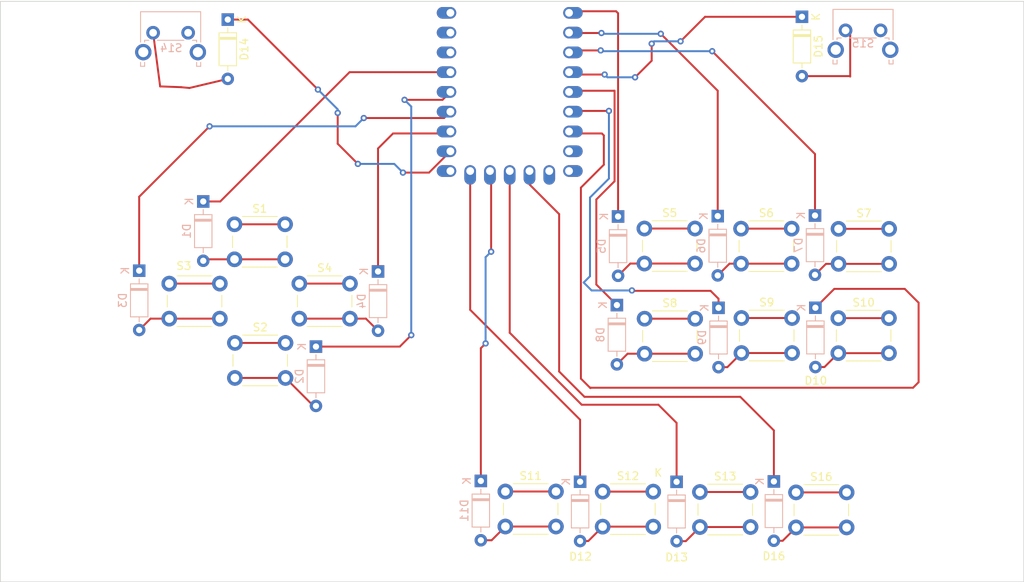
<source format=kicad_pcb>
(kicad_pcb (version 20221018) (generator pcbnew)
  (layers (0 "F.Cu" signal) (31 "B.Cu" signal) (34 "B.Paste" user) (35 "F.Paste" user) (36 "B.SilkS" user "B.Silkscreen") (37 "F.SilkS" user "F.Silkscreen") (38 "B.Mask" user) (39 "F.Mask" user) (44 "Edge.Cuts" user))
  (net 0 "")
  (net 1 "Up")
  (net 2 "Net-(D1-A)")
  (net 3 "Down")
  (net 4 "Net-(D2-A)")
  (net 5 "Left")
  (net 6 "Net-(D3-A)")
  (net 7 "Right")
  (net 8 "Net-(D4-A)")
  (net 9 "1P")
  (net 10 "Net-(D5-A)")
  (net 11 "2P")
  (net 12 "Net-(D6-A)")
  (net 13 "3P")
  (net 14 "Net-(D7-A)")
  (net 15 "1K")
  (net 16 "Net-(D8-A)")
  (net 17 "2K")
  (net 18 "Net-(D9-A)")
  (net 19 "3K")
  (net 20 "Net-(D10-A)")
  (net 21 "Start")
  (net 22 "Net-(D11-A)")
  (net 23 "Select")
  (net 24 "Net-(D12-A)")
  (net 25 "Home")
  (net 26 "Net-(D13-A)")
  (net 27 "4K")
  (net 28 "Net-(D14-A)")
  (net 29 "4P")
  (net 30 "Net-(D15-A)")
  (net 31 "Touchpad")
  (net 32 "Net-(D16-A)")
  (net 33 "unconnected-(S1-Pad1)")
  (net 34 "unconnected-(S2-Pad1)")
  (net 35 "unconnected-(S3-Pad1)")
  (net 36 "unconnected-(S4-Pad1)")
  (net 37 "unconnected-(S5-Pad1)")
  (net 38 "unconnected-(S6-Pad1)")
  (net 39 "unconnected-(S7-Pad1)")
  (net 40 "unconnected-(S8-Pad1)")
  (net 41 "unconnected-(S9-Pad1)")
  (net 42 "unconnected-(S10-Pad1)")
  (net 43 "unconnected-(S11-Pad1)")
  (net 44 "unconnected-(S12-Pad1)")
  (net 45 "unconnected-(S13-Pad1)")
  (net 48 "unconnected-(S16-Pad1)")
  (net 50 "GND")
  (footprint "Button_Switch_THT:SW_PUSH_6mm_H5mm" (layer "F.Cu") (at 173.736 109.5968)
    (fp_text reference "S11" (at 3.25 -2) (layer "F.SilkS"))
    (fp_text value "Keyswitch")
    (pad "1" thru_hole circle (at 0 0 90) (size 2 2) (drill 1.1) (layers "*.Cu" "*.Mask") (net 43 "unconnected-(S11-Pad1)"))
    (pad "1" thru_hole circle (at 6.5 0 90) (size 2 2) (drill 1.1) (layers "*.Cu" "*.Mask") (net 43 "unconnected-(S11-Pad1)"))
    (pad "2" thru_hole circle (at 0 4.5 90) (size 2 2) (drill 1.1) (layers "*.Cu" "*.Mask") (net 22 "Net-(D11-A)"))
    (pad "2" thru_hole circle (at 6.5 4.5 90) (size 2 2) (drill 1.1) (layers "*.Cu" "*.Mask") (net 22 "Net-(D11-A)"))
  )
  (footprint "ScottoKeebs_Components:Diode_DO-35" (layer "F.Cu") (at 211.836 48.6156 -90)
    (fp_text reference "D15" (at 3.81 -2.12 90) (layer "F.SilkS"))
    (fp_text value "Diode")
    (fp_text user "K" (at 0 -1.8 90) (layer "F.SilkS"))
    (pad "1" thru_hole rect (at 0 0 270) (size 1.6 1.6) (drill 0.8) (layers "*.Cu" "*.Mask") (net 29 "4P"))
    (pad "2" thru_hole oval (at 7.62 0 270) (size 1.6 1.6) (drill 0.8) (layers "*.Cu" "*.Mask") (net 30 "Net-(D15-A)"))
  )
  (footprint "Button_Switch_THT:SW_PUSH_6mm_H5mm" (layer "F.Cu") (at 191.5946 75.8148)
    (fp_text reference "S5" (at 3.25 -2) (layer "F.SilkS"))
    (fp_text value "Keyswitch")
    (pad "1" thru_hole circle (at 0 0 90) (size 2 2) (drill 1.1) (layers "*.Cu" "*.Mask") (net 37 "unconnected-(S5-Pad1)"))
    (pad "1" thru_hole circle (at 6.5 0 90) (size 2 2) (drill 1.1) (layers "*.Cu" "*.Mask") (net 37 "unconnected-(S5-Pad1)"))
    (pad "2" thru_hole circle (at 0 4.5 90) (size 2 2) (drill 1.1) (layers "*.Cu" "*.Mask") (net 10 "Net-(D5-A)"))
    (pad "2" thru_hole circle (at 6.5 4.5 90) (size 2 2) (drill 1.1) (layers "*.Cu" "*.Mask") (net 10 "Net-(D5-A)"))
  )
  (footprint "Button_Switch_THT:SW_PUSH_6mm_H5mm" (layer "F.Cu") (at 198.7308 109.6624)
    (fp_text reference "S13" (at 3.25 -2) (layer "F.SilkS"))
    (fp_text value "Keyswitch")
    (pad "1" thru_hole circle (at 0 0 90) (size 2 2) (drill 1.1) (layers "*.Cu" "*.Mask") (net 45 "unconnected-(S13-Pad1)"))
    (pad "1" thru_hole circle (at 6.5 0 90) (size 2 2) (drill 1.1) (layers "*.Cu" "*.Mask") (net 45 "unconnected-(S13-Pad1)"))
    (pad "2" thru_hole circle (at 0 4.5 90) (size 2 2) (drill 1.1) (layers "*.Cu" "*.Mask") (net 26 "Net-(D13-A)"))
    (pad "2" thru_hole circle (at 6.5 4.5 90) (size 2 2) (drill 1.1) (layers "*.Cu" "*.Mask") (net 26 "Net-(D13-A)"))
  )
  (footprint "Button_Switch_THT:SW_PUSH_6mm_H5mm" (layer "F.Cu") (at 147.2704 82.8908)
    (fp_text reference "S4" (at 3.25 -2) (layer "F.SilkS"))
    (fp_text value "Keyswitch")
    (pad "1" thru_hole circle (at 0 0 90) (size 2 2) (drill 1.1) (layers "*.Cu" "*.Mask") (net 36 "unconnected-(S4-Pad1)"))
    (pad "1" thru_hole circle (at 6.5 0 90) (size 2 2) (drill 1.1) (layers "*.Cu" "*.Mask") (net 36 "unconnected-(S4-Pad1)"))
    (pad "2" thru_hole circle (at 0 4.5 90) (size 2 2) (drill 1.1) (layers "*.Cu" "*.Mask") (net 8 "Net-(D4-A)"))
    (pad "2" thru_hole circle (at 6.5 4.5 90) (size 2 2) (drill 1.1) (layers "*.Cu" "*.Mask") (net 8 "Net-(D4-A)"))
  )
  (footprint "Button_Switch_THT:SW_PUSH_6mm_H5mm" (layer "F.Cu") (at 204.0648 87.3104)
    (fp_text reference "S9" (at 3.25 -2) (layer "F.SilkS"))
    (fp_text value "Keyswitch")
    (pad "1" thru_hole circle (at 0 0 90) (size 2 2) (drill 1.1) (layers "*.Cu" "*.Mask") (net 41 "unconnected-(S9-Pad1)"))
    (pad "1" thru_hole circle (at 6.5 0 90) (size 2 2) (drill 1.1) (layers "*.Cu" "*.Mask") (net 41 "unconnected-(S9-Pad1)"))
    (pad "2" thru_hole circle (at 0 4.5 90) (size 2 2) (drill 1.1) (layers "*.Cu" "*.Mask") (net 18 "Net-(D9-A)"))
    (pad "2" thru_hole circle (at 6.5 4.5 90) (size 2 2) (drill 1.1) (layers "*.Cu" "*.Mask") (net 18 "Net-(D9-A)"))
  )
  (footprint "ScottoKeebs_Components:Diode_DO-35" (layer "F.Cu") (at 138.0744 48.9712 -90)
    (fp_text reference "D14" (at 3.81 -2.12 90) (layer "F.SilkS"))
    (fp_text value "Diode")
    (fp_text user "K" (at 0 -1.8 90) (layer "F.SilkS"))
    (pad "1" thru_hole rect (at 0 0 270) (size 1.6 1.6) (drill 0.8) (layers "*.Cu" "*.Mask") (net 27 "4K"))
    (pad "2" thru_hole oval (at 7.62 0 270) (size 1.6 1.6) (drill 0.8) (layers "*.Cu" "*.Mask") (net 28 "Net-(D14-A)"))
  )
  (footprint "Button_Switch_THT:SW_PUSH_6mm_H5mm" (layer "F.Cu") (at 211.0752 109.7132)
    (fp_text reference "S16" (at 3.25 -2) (layer "F.SilkS"))
    (fp_text value "Keyswitch")
    (pad "1" thru_hole circle (at 0 0 90) (size 2 2) (drill 1.1) (layers "*.Cu" "*.Mask") (net 48 "unconnected-(S16-Pad1)"))
    (pad "1" thru_hole circle (at 6.5 0 90) (size 2 2) (drill 1.1) (layers "*.Cu" "*.Mask") (net 48 "unconnected-(S16-Pad1)"))
    (pad "2" thru_hole circle (at 0 4.5 90) (size 2 2) (drill 1.1) (layers "*.Cu" "*.Mask") (net 32 "Net-(D16-A)"))
    (pad "2" thru_hole circle (at 6.5 4.5 90) (size 2 2) (drill 1.1) (layers "*.Cu" "*.Mask") (net 32 "Net-(D16-A)"))
  )
  (footprint "Button_Switch_THT:SW_PUSH_6mm_H5mm" (layer "F.Cu") (at 191.62 87.3972)
    (fp_text reference "S8" (at 3.25 -2) (layer "F.SilkS"))
    (fp_text value "Keyswitch")
    (pad "1" thru_hole circle (at 0 0 90) (size 2 2) (drill 1.1) (layers "*.Cu" "*.Mask") (net 40 "unconnected-(S8-Pad1)"))
    (pad "1" thru_hole circle (at 6.5 0 90) (size 2 2) (drill 1.1) (layers "*.Cu" "*.Mask") (net 40 "unconnected-(S8-Pad1)"))
    (pad "2" thru_hole circle (at 0 4.5 90) (size 2 2) (drill 1.1) (layers "*.Cu" "*.Mask") (net 16 "Net-(D8-A)"))
    (pad "2" thru_hole circle (at 6.5 4.5 90) (size 2 2) (drill 1.1) (layers "*.Cu" "*.Mask") (net 16 "Net-(D8-A)"))
  )
  (footprint "Button_Switch_THT:SW_PUSH_6mm_H5mm" (layer "F.Cu") (at 138.9392 75.2708)
    (fp_text reference "S1" (at 3.25 -2) (layer "F.SilkS"))
    (fp_text value "Keyswitch")
    (pad "1" thru_hole circle (at 0 0 90) (size 2 2) (drill 1.1) (layers "*.Cu" "*.Mask") (net 33 "unconnected-(S1-Pad1)"))
    (pad "1" thru_hole circle (at 6.5 0 90) (size 2 2) (drill 1.1) (layers "*.Cu" "*.Mask") (net 33 "unconnected-(S1-Pad1)"))
    (pad "2" thru_hole circle (at 0 4.5 90) (size 2 2) (drill 1.1) (layers "*.Cu" "*.Mask") (net 2 "Net-(D1-A)"))
    (pad "2" thru_hole circle (at 6.5 4.5 90) (size 2 2) (drill 1.1) (layers "*.Cu" "*.Mask") (net 2 "Net-(D1-A)"))
  )
  (footprint "ScottoKeebs_MCU:RP2040_Zero" (layer "F.Cu") (at 174.2948 58.2676)
    (fp_text reference "U1" hide)
    (fp_text value "RP2040_Zero" hide)
    (pad "1" thru_hole oval (at 7.62 -10.16 180) (size 2.5 1.5) (drill 1 (offset -0.5 0)) (layers "*.Cu" "*.Mask") (net 9 "1P"))
    (pad "2" thru_hole oval (at 7.62 -7.62 180) (size 2.5 1.5) (drill 1 (offset -0.5 0)) (layers "*.Cu" "*.Mask") (net 11 "2P"))
    (pad "3" thru_hole oval (at 7.62 -5.08 180) (size 2.5 1.5) (drill 1 (offset -0.5 0)) (layers "*.Cu" "*.Mask") (net 13 "3P"))
    (pad "4" thru_hole oval (at 7.62 -2.54 180) (size 2.5 1.5) (drill 1 (offset -0.5 0)) (layers "*.Cu" "*.Mask") (net 29 "4P"))
    (pad "5" thru_hole oval (at 7.62 0 180) (size 2.5 1.5) (drill 1 (offset -0.5 0)) (layers "*.Cu" "*.Mask") (net 15 "1K"))
    (pad "6" thru_hole oval (at 7.62 2.54 180) (size 2.5 1.5) (drill 1 (offset -0.5 0)) (layers "*.Cu" "*.Mask") (net 17 "2K"))
    (pad "7" thru_hole oval (at 7.62 5.08 180) (size 2.5 1.5) (drill 1 (offset -0.5 0)) (layers "*.Cu" "*.Mask") (net 19 "3K"))
    (pad "8" thru_hole oval (at 7.62 7.62 180) (size 2.5 1.5) (drill 1 (offset -0.5 0)) (layers "*.Cu" "*.Mask"))
    (pad "9" thru_hole oval (at 7.62 10.16 180) (size 2.5 1.5) (drill 1 (offset -0.5 0)) (layers "*.Cu" "*.Mask"))
    (pad "10" thru_hole oval (at 5.08 10.16 90) (size 2.5 1.5) (drill 1 (offset -0.5 0)) (layers "*.Cu" "*.Mask"))
    (pad "11" thru_hole oval (at 2.54 10.16 90) (size 2.5 1.5) (drill 1 (offset -0.5 0)) (layers "*.Cu" "*.Mask") (net 31 "Touchpad"))
    (pad "12" thru_hole oval (at 0 10.16 90) (size 2.5 1.5) (drill 1 (offset -0.5 0)) (layers "*.Cu" "*.Mask") (net 25 "Home"))
    (pad "13" thru_hole oval (at -2.54 10.16 90) (size 2.5 1.5) (drill 1 (offset -0.5 0)) (layers "*.Cu" "*.Mask") (net 21 "Start"))
    (pad "14" thru_hole oval (at -5.08 10.16 90) (size 2.5 1.5) (drill 1 (offset -0.5 0)) (layers "*.Cu" "*.Mask") (net 23 "Select"))
    (pad "15" thru_hole oval (at -7.62 10.16) (size 2.5 1.5) (drill 1 (offset -0.5 0)) (layers "*.Cu" "*.Mask"))
    (pad "16" thru_hole oval (at -7.62 7.62) (size 2.5 1.5) (drill 1 (offset -0.5 0)) (layers "*.Cu" "*.Mask") (net 27 "4K"))
    (pad "17" thru_hole oval (at -7.62 5.08) (size 2.5 1.5) (drill 1 (offset -0.5 0)) (layers "*.Cu" "*.Mask") (net 7 "Right"))
    (pad "18" thru_hole oval (at -7.62 2.54) (size 2.5 1.5) (drill 1 (offset -0.5 0)) (layers "*.Cu" "*.Mask") (net 5 "Left"))
    (pad "19" thru_hole oval (at -7.62 0) (size 2.5 1.5) (drill 1 (offset -0.5 0)) (layers "*.Cu" "*.Mask") (net 3 "Down"))
    (pad "20" thru_hole oval (at -7.62 -2.54) (size 2.5 1.5) (drill 1 (offset -0.5 0)) (layers "*.Cu" "*.Mask") (net 1 "Up"))
    (pad "21" thru_hole oval (at -7.62 -5.08) (size 2.5 1.5) (drill 1 (offset -0.5 0)) (layers "*.Cu" "*.Mask"))
    (pad "22" thru_hole oval (at -7.62 -7.62) (size 2.5 1.5) (drill 1 (offset -0.5 0)) (layers "*.Cu" "*.Mask") (net 50 "GND"))
    (pad "23" thru_hole oval (at -7.62 -10.16) (size 2.5 1.5) (drill 1 (offset -0.5 0)) (layers "*.Cu" "*.Mask"))
  )
  (footprint "Button_Switch_THT:SW_PUSH_6mm_H5mm" (layer "F.Cu") (at 186.234 109.6116)
    (fp_text reference "S12" (at 3.25 -2) (layer "F.SilkS"))
    (fp_text value "Keyswitch")
    (pad "1" thru_hole circle (at 0 0 90) (size 2 2) (drill 1.1) (layers "*.Cu" "*.Mask") (net 44 "unconnected-(S12-Pad1)"))
    (pad "1" thru_hole circle (at 6.5 0 90) (size 2 2) (drill 1.1) (layers "*.Cu" "*.Mask") (net 44 "unconnected-(S12-Pad1)"))
    (pad "2" thru_hole circle (at 0 4.5 90) (size 2 2) (drill 1.1) (layers "*.Cu" "*.Mask") (net 24 "Net-(D12-A)"))
    (pad "2" thru_hole circle (at 6.5 4.5 90) (size 2 2) (drill 1.1) (layers "*.Cu" "*.Mask") (net 24 "Net-(D12-A)"))
  )
  (footprint "Button_Switch_THT:SW_PUSH_6mm_H5mm" (layer "F.Cu") (at 130.5572 82.8908)
    (fp_text reference "S3" (at 1.8784 -2.2712) (layer "F.SilkS"))
    (fp_text value "Keyswitch")
    (pad "1" thru_hole circle (at 0 0 90) (size 2 2) (drill 1.1) (layers "*.Cu" "*.Mask") (net 35 "unconnected-(S3-Pad1)"))
    (pad "1" thru_hole circle (at 6.5 0 90) (size 2 2) (drill 1.1) (layers "*.Cu" "*.Mask") (net 35 "unconnected-(S3-Pad1)"))
    (pad "2" thru_hole circle (at 0 4.5 90) (size 2 2) (drill 1.1) (layers "*.Cu" "*.Mask") (net 6 "Net-(D3-A)"))
    (pad "2" thru_hole circle (at 6.5 4.5 90) (size 2 2) (drill 1.1) (layers "*.Cu" "*.Mask") (net 6 "Net-(D3-A)"))
  )
  (footprint "Button_Switch_THT:SW_PUSH_6mm_H5mm" (layer "F.Cu") (at 138.99 90.5108)
    (fp_text reference "S2" (at 3.25 -2) (layer "F.SilkS"))
    (fp_text value "Keyswitch")
    (pad "1" thru_hole circle (at 0 0 90) (size 2 2) (drill 1.1) (layers "*.Cu" "*.Mask") (net 34 "unconnected-(S2-Pad1)"))
    (pad "1" thru_hole circle (at 6.5 0 90) (size 2 2) (drill 1.1) (layers "*.Cu" "*.Mask") (net 34 "unconnected-(S2-Pad1)"))
    (pad "2" thru_hole circle (at 0 4.5 90) (size 2 2) (drill 1.1) (layers "*.Cu" "*.Mask") (net 4 "Net-(D2-A)"))
    (pad "2" thru_hole circle (at 6.5 4.5 90) (size 2 2) (drill 1.1) (layers "*.Cu" "*.Mask") (net 4 "Net-(D2-A)"))
  )
  (footprint "Button_Switch_THT:SW_PUSH_6mm_H5mm" (layer "F.Cu") (at 204.014 75.8296)
    (fp_text reference "S6" (at 3.25 -2) (layer "F.SilkS"))
    (fp_text value "Keyswitch")
    (pad "1" thru_hole circle (at 0 0 90) (size 2 2) (drill 1.1) (layers "*.Cu" "*.Mask") (net 38 "unconnected-(S6-Pad1)"))
    (pad "1" thru_hole circle (at 6.5 0 90) (size 2 2) (drill 1.1) (layers "*.Cu" "*.Mask") (net 38 "unconnected-(S6-Pad1)"))
    (pad "2" thru_hole circle (at 0 4.5 90) (size 2 2) (drill 1.1) (layers "*.Cu" "*.Mask") (net 12 "Net-(D6-A)"))
    (pad "2" thru_hole circle (at 6.5 4.5 90) (size 2 2) (drill 1.1) (layers "*.Cu" "*.Mask") (net 12 "Net-(D6-A)"))
  )
  (footprint "Button_Switch_THT:SW_PUSH_6mm_H5mm" (layer "F.Cu") (at 216.512 87.3252)
    (fp_text reference "S10" (at 3.25 -2) (layer "F.SilkS"))
    (fp_text value "Keyswitch")
    (pad "1" thru_hole circle (at 0 0 90) (size 2 2) (drill 1.1) (layers "*.Cu" "*.Mask") (net 42 "unconnected-(S10-Pad1)"))
    (pad "1" thru_hole circle (at 6.5 0 90) (size 2 2) (drill 1.1) (layers "*.Cu" "*.Mask") (net 42 "unconnected-(S10-Pad1)"))
    (pad "2" thru_hole circle (at 0 4.5 90) (size 2 2) (drill 1.1) (layers "*.Cu" "*.Mask") (net 20 "Net-(D10-A)"))
    (pad "2" thru_hole circle (at 6.5 4.5 90) (size 2 2) (drill 1.1) (layers "*.Cu" "*.Mask") (net 20 "Net-(D10-A)"))
  )
  (footprint "Button_Switch_THT:SW_PUSH_6mm_H5mm" (layer "F.Cu") (at 216.5362 75.855)
    (fp_text reference "S7" (at 3.25 -2) (layer "F.SilkS"))
    (fp_text value "Keyswitch")
    (pad "1" thru_hole circle (at 0 0 90) (size 2 2) (drill 1.1) (layers "*.Cu" "*.Mask") (net 39 "unconnected-(S7-Pad1)"))
    (pad "1" thru_hole circle (at 6.5 0 90) (size 2 2) (drill 1.1) (layers "*.Cu" "*.Mask") (net 39 "unconnected-(S7-Pad1)"))
    (pad "2" thru_hole circle (at 0 4.5 90) (size 2 2) (drill 1.1) (layers "*.Cu" "*.Mask") (net 14 "Net-(D7-A)"))
    (pad "2" thru_hole circle (at 6.5 4.5 90) (size 2 2) (drill 1.1) (layers "*.Cu" "*.Mask") (net 14 "Net-(D7-A)"))
  )
  (footprint "ScottoKeebs_Components:Diode_DO-35" (layer "B.Cu") (at 126.6952 81.2292 -90)
    (fp_text reference "D3" (at 3.81 2.12 90) (layer "B.SilkS") (effects (justify mirror)))
    (fp_text value "Diode")
    (fp_text user "K" (at 0 1.8 90) (layer "B.SilkS") (effects (justify mirror)))
    (pad "1" thru_hole rect (at 0 0 270) (size 1.6 1.6) (drill 0.8) (layers "*.Cu" "*.Mask") (net 5 "Left"))
    (pad "2" thru_hole oval (at 7.62 0 270) (size 1.6 1.6) (drill 0.8) (layers "*.Cu" "*.Mask") (net 6 "Net-(D3-A)"))
  )
  (footprint "ScottoKeebs_Components:Diode_DO-35" (layer "B.Cu") (at 188.0616 85.6488 -90)
    (fp_text reference "D8" (at 3.81 2.12 90) (layer "B.SilkS") (effects (justify mirror)))
    (fp_text value "Diode")
    (fp_text user "K" (at 0 1.8 90) (layer "B.SilkS") (effects (justify mirror)))
    (pad "1" thru_hole rect (at 0 0 270) (size 1.6 1.6) (drill 0.8) (layers "*.Cu" "*.Mask") (net 15 "1K"))
    (pad "2" thru_hole oval (at 7.62 0 270) (size 1.6 1.6) (drill 0.8) (layers "*.Cu" "*.Mask") (net 16 "Net-(D8-A)"))
  )
  (footprint "Button_Switch_THT:SW_Tactile_SPST_Angled_PTS645Vx39-2LFS" (layer "B.Cu") (at 221.9342 50.3601 180)
    (fp_text reference "S15" (at 2.25 -1.68) (layer "B.SilkS") (effects (justify mirror)))
    (fp_text value "Keyswitch")
    (pad "" thru_hole circle (at -1.25 -2.49 180) (size 2.1 2.1) (drill 1.3) (layers "*.Cu" "*.Mask"))
    (pad "" thru_hole circle (at 5.76 -2.49 180) (size 2.1 2.1) (drill 1.3) (layers "*.Cu" "*.Mask"))
    (pad "1" thru_hole circle (at 0 0 180) (size 1.75 1.75) (drill 0.99) (layers "*.Cu" "*.Mask"))
    (pad "2" thru_hole circle (at 4.5 0 180) (size 1.75 1.75) (drill 0.99) (layers "*.Cu" "*.Mask") (net 30 "Net-(D15-A)"))
  )
  (footprint "ScottoKeebs_Components:Diode_DO-35" (layer "B.Cu") (at 170.5852 108.24 -90)
    (fp_text reference "D11" (at 3.81 2.12 90) (layer "B.SilkS") (effects (justify mirror)))
    (fp_text value "Diode")
    (fp_text user "K" (at 0 1.8 90) (layer "B.SilkS") (effects (justify mirror)))
    (pad "1" thru_hole rect (at 0 0 270) (size 1.6 1.6) (drill 0.8) (layers "*.Cu" "*.Mask") (net 21 "Start"))
    (pad "2" thru_hole oval (at 7.62 0 270) (size 1.6 1.6) (drill 0.8) (layers "*.Cu" "*.Mask") (net 22 "Net-(D11-A)"))
  )
  (footprint "ScottoKeebs_Components:Diode_DO-35" (layer "B.Cu") (at 213.5644 85.9896 -90)
    (fp_text reference "D10" (at 9.362 -0.0496 -180) (layer "F.SilkS"))
    (fp_text value "Diode")
    (fp_text user "K" (at 0 1.8 90) (layer "B.SilkS") (effects (justify mirror)))
    (pad "1" thru_hole rect (at 0 0 270) (size 1.6 1.6) (drill 0.8) (layers "*.Cu" "*.Mask") (net 19 "3K"))
    (pad "2" thru_hole oval (at 7.62 0 270) (size 1.6 1.6) (drill 0.8) (layers "*.Cu" "*.Mask") (net 20 "Net-(D10-A)"))
  )
  (footprint "ScottoKeebs_Components:Diode_DO-35" (layer "B.Cu") (at 188.214 74.2696 -90)
    (fp_text reference "D5" (at 3.81 2.12 90) (layer "B.SilkS") (effects (justify mirror)))
    (fp_text value "Diode")
    (fp_text user "K" (at 0 1.8 90) (layer "B.SilkS") (effects (justify mirror)))
    (pad "1" thru_hole rect (at 0 0 270) (size 1.6 1.6) (drill 0.8) (layers "*.Cu" "*.Mask") (net 9 "1P"))
    (pad "2" thru_hole oval (at 7.62 0 270) (size 1.6 1.6) (drill 0.8) (layers "*.Cu" "*.Mask") (net 10 "Net-(D5-A)"))
  )
  (footprint "ScottoKeebs_Components:Diode_DO-35" (layer "B.Cu") (at 213.5124 74.1426 -90)
    (fp_text reference "D7" (at 3.81 2.12 90) (layer "B.SilkS") (effects (justify mirror)))
    (fp_text value "Diode")
    (fp_text user "K" (at 0 1.8 90) (layer "B.SilkS") (effects (justify mirror)))
    (pad "1" thru_hole rect (at 0 0 270) (size 1.6 1.6) (drill 0.8) (layers "*.Cu" "*.Mask") (net 13 "3P"))
    (pad "2" thru_hole oval (at 7.62 0 270) (size 1.6 1.6) (drill 0.8) (layers "*.Cu" "*.Mask") (net 14 "Net-(D7-A)"))
  )
  (footprint "Button_Switch_THT:SW_Tactile_SPST_Angled_PTS645Vx39-2LFS" (layer "B.Cu") (at 132.9834 50.6649 180)
    (fp_text reference "S14" (at 2.1734 -1.9639) (layer "B.SilkS") (effects (justify mirror)))
    (fp_text value "Keyswitch")
    (pad "" thru_hole circle (at -1.25 -2.49 180) (size 2.1 2.1) (drill 1.3) (layers "*.Cu" "*.Mask"))
    (pad "" thru_hole circle (at 5.76 -2.49 180) (size 2.1 2.1) (drill 1.3) (layers "*.Cu" "*.Mask"))
    (pad "1" thru_hole circle (at 0 0 180) (size 1.75 1.75) (drill 0.99) (layers "*.Cu" "*.Mask"))
    (pad "2" thru_hole circle (at 4.5 0 180) (size 1.75 1.75) (drill 0.99) (layers "*.Cu" "*.Mask") (net 28 "Net-(D14-A)"))
  )
  (footprint "ScottoKeebs_Components:Diode_DO-35" (layer "B.Cu") (at 201.1172 86.0044 -90)
    (fp_text reference "D9" (at 3.81 2.12 90) (layer "B.SilkS") (effects (justify mirror)))
    (fp_text value "Diode")
    (fp_text user "K" (at 0 1.8 90) (layer "B.SilkS") (effects (justify mirror)))
    (pad "1" thru_hole rect (at 0 0 270) (size 1.6 1.6) (drill 0.8) (layers "*.Cu" "*.Mask") (net 17 "2K"))
    (pad "2" thru_hole oval (at 7.62 0 270) (size 1.6 1.6) (drill 0.8) (layers "*.Cu" "*.Mask") (net 18 "Net-(D9-A)"))
  )
  (footprint "ScottoKeebs_Components:Diode_DO-35" (layer "B.Cu") (at 183.336 108.3416 -90)
    (fp_text reference "D12" (at 9.616 -0.052) (layer "F.SilkS"))
    (fp_text value "Diode")
    (fp_text user "K" (at 0 1.8 90) (layer "B.SilkS") (effects (justify mirror)))
    (pad "1" thru_hole rect (at 0 0 270) (size 1.6 1.6) (drill 0.8) (layers "*.Cu" "*.Mask") (net 23 "Select"))
    (pad "2" thru_hole oval (at 7.62 0 270) (size 1.6 1.6) (drill 0.8) (layers "*.Cu" "*.Mask") (net 24 "Net-(D12-A)"))
  )
  (footprint "ScottoKeebs_Components:Diode_DO-35" (layer "B.Cu") (at 157.3784 81.3308 -90)
    (fp_text reference "D4" (at 3.81 2.12 90) (layer "B.SilkS") (effects (justify mirror)))
    (fp_text value "Diode")
    (fp_text user "K" (at 0 1.8 90) (layer "B.SilkS") (effects (justify mirror)))
    (pad "1" thru_hole rect (at 0 0 270) (size 1.6 1.6) (drill 0.8) (layers "*.Cu" "*.Mask") (net 7 "Right"))
    (pad "2" thru_hole oval (at 7.62 0 270) (size 1.6 1.6) (drill 0.8) (layers "*.Cu" "*.Mask") (net 8 "Net-(D4-A)"))
  )
  (footprint "ScottoKeebs_Components:Diode_DO-35" (layer "B.Cu") (at 134.9248 72.3392 -90)
    (fp_text reference "D1" (at 3.81 2.12 90) (layer "B.SilkS") (effects (justify mirror)))
    (fp_text value "Diode")
    (fp_text user "K" (at 0 1.8 90) (layer "B.SilkS") (effects (justify mirror)))
    (pad "1" thru_hole rect (at 0 0 270) (size 1.6 1.6) (drill 0.8) (layers "*.Cu" "*.Mask") (net 1 "Up"))
    (pad "2" thru_hole oval (at 7.62 0 270) (size 1.6 1.6) (drill 0.8) (layers "*.Cu" "*.Mask") (net 2 "Net-(D1-A)"))
  )
  (footprint "ScottoKeebs_Components:Diode_DO-35" (layer "B.Cu") (at 149.4028 90.9828 -90)
    (fp_text reference "D2" (at 3.81 2.12 90) (layer "B.SilkS") (effects (justify mirror)))
    (fp_text value "Diode")
    (fp_text user "K" (at 0 1.8 90) (layer "B.SilkS") (effects (justify mirror)))
    (pad "1" thru_hole rect (at 0 0 270) (size 1.6 1.6) (drill 0.8) (layers "*.Cu" "*.Mask") (net 3 "Down"))
    (pad "2" thru_hole oval (at 7.62 0 270) (size 1.6 1.6) (drill 0.8) (layers "*.Cu" "*.Mask") (net 4 "Net-(D2-A)"))
  )
  (footprint "ScottoKeebs_Components:Diode_DO-35" (layer "B.Cu") (at 201.0156 74.2188 -90)
    (fp_text reference "D6" (at 3.81 2.12 90) (layer "B.SilkS") (effects (justify mirror)))
    (fp_text value "Diode")
    (fp_text user "K" (at 0 1.8 90) (layer "B.SilkS") (effects (justify mirror)))
    (pad "1" thru_hole rect (at 0 0 270) (size 1.6 1.6) (drill 0.8) (layers "*.Cu" "*.Mask") (net 11 "2P"))
    (pad "2" thru_hole oval (at 7.62 0 270) (size 1.6 1.6) (drill 0.8) (layers "*.Cu" "*.Mask") (net 12 "Net-(D6-A)"))
  )
  (footprint "ScottoKeebs_Components:Diode_DO-35" (layer "B.Cu") (at 208.2292 108.3056 -90)
    (fp_text reference "D16" (at 9.6012 0 -180) (layer "F.SilkS"))
    (fp_text value "Diode")
    (fp_text user "K" (at 0 1.8 90) (layer "B.SilkS") (effects (justify mirror)))
    (pad "1" thru_hole rect (at 0 0 270) (size 1.6 1.6) (drill 0.8) (layers "*.Cu" "*.Mask") (net 31 "Touchpad"))
    (pad "2" thru_hole oval (at 7.62 0 270) (size 1.6 1.6) (drill 0.8) (layers "*.Cu" "*.Mask") (net 32 "Net-(D16-A)"))
  )
  (footprint "ScottoKeebs_Components:Diode_DO-35" (layer "B.Cu") (at 195.7324 108.3564 -90)
    (fp_text reference "D13" (at 9.7028 0 -180) (layer "F.SilkS"))
    (fp_text value "Diode")
    (fp_text user "K" (at -1.1684 2.3588) (layer "F.SilkS"))
    (pad "1" thru_hole rect (at 0 0 270) (size 1.6 1.6) (drill 0.8) (layers "*.Cu" "*.Mask") (net 25 "Home"))
    (pad "2" thru_hole oval (at 7.62 0 270) (size 1.6 1.6) (drill 0.8) (layers "*.Cu" "*.Mask") (net 26 "Net-(D13-A)"))
  )
  (gr_rect (start 108.8644 46.6344) (end 240.3348 121.2088) (stroke (width 0.1)) (fill none) (layer "Edge.Cuts"))
  (segment (start 137.1092 72.3392) (end 153.7208 55.7276) (width 0.25) (layer "F.Cu") (net 1))
  (segment (start 134.9248 72.3392) (end 137.1092 72.3392) (width 0.25) (layer "F.Cu") (net 1))
  (segment (start 153.7208 55.7276) (end 166.6748 55.7276) (width 0.25) (layer "F.Cu") (net 1))
  (segment (start 138.9392 79.7708) (end 135.1132 79.7708) (width 0.25) (layer "F.Cu") (net 2))
  (segment (start 135.1132 79.7708) (end 134.9248 79.9592) (width 0.25) (layer "F.Cu") (net 2))
  (segment (start 145.4392 79.7708) (end 138.9392 79.7708) (width 0.25) (layer "F.Cu") (net 2))
  (segment (start 165.6588 59.2836) (end 166.6748 58.2676) (width 0.25) (layer "F.Cu") (net 3))
  (segment (start 149.4028 90.9828) (end 160.1724 90.9828) (width 0.25) (layer "F.Cu") (net 3))
  (segment (start 160.782 59.2836) (end 165.6588 59.2836) (width 0.25) (layer "F.Cu") (net 3))
  (segment (start 160.1724 90.9828) (end 161.6456 89.5096) (width 0.25) (layer "F.Cu") (net 3))
  (via (at 161.6456 89.5096) (size 0.8) (drill 0.4) (layers "F.Cu" "B.Cu") (net 3))
  (via (at 160.782 59.2836) (size 0.8) (drill 0.4) (layers "F.Cu" "B.Cu") (net 3))
  (segment (start 161.6456 60.1472) (end 160.782 59.2836) (width 0.25) (layer "B.Cu") (net 3))
  (segment (start 161.6456 89.5096) (end 161.6456 60.1472) (width 0.25) (layer "B.Cu") (net 3))
  (segment (start 149.082 98.6028) (end 149.4028 98.6028) (width 0.25) (layer "F.Cu") (net 4))
  (segment (start 145.49 95.0108) (end 149.082 98.6028) (width 0.25) (layer "F.Cu") (net 4))
  (segment (start 138.99 95.0108) (end 145.49 95.0108) (width 0.25) (layer "F.Cu") (net 4))
  (segment (start 126.6952 81.2292) (end 126.6952 71.7296) (width 0.25) (layer "F.Cu") (net 5))
  (segment (start 126.6952 71.7296) (end 135.7376 62.6872) (width 0.25) (layer "F.Cu") (net 5))
  (segment (start 155.5496 61.6204) (end 165.862 61.6204) (width 0.25) (layer "F.Cu") (net 5))
  (segment (start 165.862 61.6204) (end 166.6748 60.8076) (width 0.25) (layer "F.Cu") (net 5))
  (via (at 155.5496 61.6204) (size 0.8) (drill 0.4) (layers "F.Cu" "B.Cu") (net 5))
  (via (at 135.7376 62.6872) (size 0.8) (drill 0.4) (layers "F.Cu" "B.Cu") (net 5))
  (segment (start 135.7376 62.6872) (end 154.4828 62.6872) (width 0.25) (layer "B.Cu") (net 5))
  (segment (start 154.4828 62.6872) (end 155.5496 61.6204) (width 0.25) (layer "B.Cu") (net 5))
  (segment (start 128.1536 87.3908) (end 126.6952 88.8492) (width 0.25) (layer "F.Cu") (net 6))
  (segment (start 130.5572 87.3908) (end 128.1536 87.3908) (width 0.25) (layer "F.Cu") (net 6))
  (segment (start 137.0572 87.3908) (end 130.5572 87.3908) (width 0.25) (layer "F.Cu") (net 6))
  (segment (start 159.3088 63.6016) (end 166.4208 63.6016) (width 0.25) (layer "F.Cu") (net 7))
  (segment (start 157.3784 65.532) (end 159.3088 63.6016) (width 0.25) (layer "F.Cu") (net 7))
  (segment (start 157.3784 81.3308) (end 157.3784 65.532) (width 0.25) (layer "F.Cu") (net 7))
  (segment (start 166.4208 63.6016) (end 166.6748 63.3476) (width 0.25) (layer "F.Cu") (net 7))
  (segment (start 153.7704 87.3908) (end 155.8184 87.3908) (width 0.25) (layer "F.Cu") (net 8))
  (segment (start 155.8184 87.3908) (end 157.3784 88.9508) (width 0.25) (layer "F.Cu") (net 8))
  (segment (start 147.2704 87.3908) (end 153.7704 87.3908) (width 0.25) (layer "F.Cu") (net 8))
  (segment (start 188.214 74.2696) (end 188.214 48.1584) (width 0.25) (layer "F.Cu") (net 9))
  (segment (start 187.96 47.9044) (end 182.118 47.9044) (width 0.25) (layer "F.Cu") (net 9))
  (segment (start 188.214 48.1584) (end 187.96 47.9044) (width 0.25) (layer "F.Cu") (net 9))
  (segment (start 182.118 47.9044) (end 181.9148 48.1076) (width 0.25) (layer "F.Cu") (net 9))
  (segment (start 189.7888 80.3148) (end 188.214 81.8896) (width 0.25) (layer "F.Cu") (net 10))
  (segment (start 198.0946 80.3148) (end 191.5946 80.3148) (width 0.25) (layer "F.Cu") (net 10))
  (segment (start 191.5946 80.3148) (end 189.7888 80.3148) (width 0.25) (layer "F.Cu") (net 10))
  (segment (start 201.0156 74.2188) (end 201.0156 58.1152) (width 0.25) (layer "F.Cu") (net 11))
  (segment (start 201.0156 58.1152) (end 193.7004 50.8) (width 0.25) (layer "F.Cu") (net 11))
  (segment (start 186.0804 50.6984) (end 181.9656 50.6984) (width 0.25) (layer "F.Cu") (net 11))
  (segment (start 181.9656 50.6984) (end 181.9148 50.6476) (width 0.25) (layer "F.Cu") (net 11))
  (via (at 186.0804 50.6984) (size 0.8) (drill 0.4) (layers "F.Cu" "B.Cu") (net 11))
  (via (at 193.7004 50.8) (size 0.8) (drill 0.4) (layers "F.Cu" "B.Cu") (net 11))
  (segment (start 186.182 50.8) (end 186.0804 50.6984) (width 0.25) (layer "B.Cu") (net 11))
  (segment (start 193.7004 50.8) (end 186.182 50.8) (width 0.25) (layer "B.Cu") (net 11))
  (segment (start 210.514 80.3296) (end 204.014 80.3296) (width 0.25) (layer "F.Cu") (net 12))
  (segment (start 202.5248 80.3296) (end 201.0156 81.8388) (width 0.25) (layer "F.Cu") (net 12))
  (segment (start 204.014 80.3296) (end 202.5248 80.3296) (width 0.25) (layer "F.Cu") (net 12))
  (segment (start 213.5124 66.2432) (end 200.3044 53.0352) (width 0.25) (layer "F.Cu") (net 13))
  (segment (start 182.1688 52.9336) (end 181.9148 53.1876) (width 0.25) (layer "F.Cu") (net 13))
  (segment (start 213.5124 74.1426) (end 213.5124 66.2432) (width 0.25) (layer "F.Cu") (net 13))
  (segment (start 185.9788 52.9336) (end 182.1688 52.9336) (width 0.25) (layer "F.Cu") (net 13))
  (via (at 200.3044 53.0352) (size 0.8) (drill 0.4) (layers "F.Cu" "B.Cu") (net 13))
  (via (at 185.9788 52.9336) (size 0.8) (drill 0.4) (layers "F.Cu" "B.Cu") (net 13))
  (segment (start 186.0804 53.0352) (end 185.9788 52.9336) (width 0.25) (layer "B.Cu") (net 13))
  (segment (start 200.3044 53.0352) (end 186.0804 53.0352) (width 0.25) (layer "B.Cu") (net 13))
  (segment (start 216.5362 80.355) (end 214.92 80.355) (width 0.25) (layer "F.Cu") (net 14))
  (segment (start 223.0362 80.355) (end 216.5362 80.355) (width 0.25) (layer "F.Cu") (net 14))
  (segment (start 214.92 80.355) (end 213.5124 81.7626) (width 0.25) (layer "F.Cu") (net 14))
  (segment (start 182.0672 58.1152) (end 181.9148 58.2676) (width 0.25) (layer "F.Cu") (net 15))
  (segment (start 185.42 83.0072) (end 185.42 72.0852) (width 0.25) (layer "F.Cu") (net 15))
  (segment (start 187.764 58.1152) (end 182.0672 58.1152) (width 0.25) (layer "F.Cu") (net 15))
  (segment (start 187.764 69.7412) (end 187.764 58.1152) (width 0.25) (layer "F.Cu") (net 15))
  (segment (start 188.0616 85.6488) (end 185.42 83.0072) (width 0.25) (layer "F.Cu") (net 15))
  (segment (start 185.42 72.0852) (end 187.764 69.7412) (width 0.25) (layer "F.Cu") (net 15))
  (segment (start 191.62 91.8972) (end 189.4332 91.8972) (width 0.25) (layer "F.Cu") (net 16))
  (segment (start 198.12 91.8972) (end 191.62 91.8972) (width 0.25) (layer "F.Cu") (net 16))
  (segment (start 189.4332 91.8972) (end 188.0616 93.2688) (width 0.25) (layer "F.Cu") (net 16))
  (segment (start 182.0164 60.706) (end 181.9148 60.8076) (width 0.25) (layer "F.Cu") (net 17))
  (segment (start 190.0428 83.82) (end 189.992 83.7692) (width 0.25) (layer "F.Cu") (net 17))
  (segment (start 187.039 60.706) (end 182.0164 60.706) (width 0.25) (layer "F.Cu") (net 17))
  (segment (start 200.1012 83.82) (end 190.0428 83.82) (width 0.25) (layer "F.Cu") (net 17))
  (segment (start 201.1172 84.836) (end 200.1012 83.82) (width 0.25) (layer "F.Cu") (net 17))
  (segment (start 201.1172 86.0044) (end 201.1172 84.836) (width 0.25) (layer "F.Cu") (net 17))
  (via (at 187.039 60.706) (size 0.8) (drill 0.4) (layers "F.Cu" "B.Cu") (net 17))
  (via (at 189.992 83.7692) (size 0.8) (drill 0.4) (layers "F.Cu" "B.Cu") (net 17))
  (segment (start 189.992 83.7692) (end 184.8104 83.7692) (width 0.25) (layer "B.Cu") (net 17))
  (segment (start 184.6072 81.9404) (end 184.6072 71.8312) (width 0.25) (layer "B.Cu") (net 17))
  (segment (start 184.8104 83.7692) (end 183.7944 82.7532) (width 0.25) (layer "B.Cu") (net 17))
  (segment (start 183.7944 82.7532) (end 184.6072 81.9404) (width 0.25) (layer "B.Cu") (net 17))
  (segment (start 184.6072 71.8312) (end 187.039 69.3994) (width 0.25) (layer "B.Cu") (net 17))
  (segment (start 187.039 69.3994) (end 187.039 60.706) (width 0.25) (layer "B.Cu") (net 17))
  (segment (start 204.0648 91.8104) (end 202.2508 93.6244) (width 0.25) (layer "F.Cu") (net 18))
  (segment (start 210.5648 91.8104) (end 204.0648 91.8104) (width 0.25) (layer "F.Cu") (net 18))
  (segment (start 202.2508 93.6244) (end 201.1172 93.6244) (width 0.25) (layer "F.Cu") (net 18))
  (segment (start 186.1312 63.6016) (end 182.1688 63.6016) (width 0.25) (layer "F.Cu") (net 19))
  (segment (start 226.822 95.5548) (end 226.1108 96.266) (width 0.25) (layer "F.Cu") (net 19))
  (segment (start 225.044 83.566) (end 226.822 85.344) (width 0.25) (layer "F.Cu") (net 19))
  (segment (start 182.1688 63.6016) (end 181.9148 63.3476) (width 0.25) (layer "F.Cu") (net 19))
  (segment (start 186.3852 63.8556) (end 186.1312 63.6016) (width 0.25) (layer "F.Cu") (net 19))
  (segment (start 184.658 96.3168) (end 183.4388 95.0976) (width 0.25) (layer "F.Cu") (net 19))
  (segment (start 226.822 85.344) (end 226.822 95.5548) (width 0.25) (layer "F.Cu") (net 19))
  (segment (start 183.4388 95.0976) (end 183.4388 70.5612) (width 0.25) (layer "F.Cu") (net 19))
  (segment (start 184.7088 96.266) (end 184.658 96.3168) (width 0.25) (layer "F.Cu") (net 19))
  (segment (start 226.1108 96.266) (end 184.7088 96.266) (width 0.25) (layer "F.Cu") (net 19))
  (segment (start 215.988 83.566) (end 225.044 83.566) (width 0.25) (layer "F.Cu") (net 19))
  (segment (start 213.5644 85.9896) (end 215.988 83.566) (width 0.25) (layer "F.Cu") (net 19))
  (segment (start 183.4388 70.5612) (end 186.3852 67.6148) (width 0.25) (layer "F.Cu") (net 19))
  (segment (start 186.3852 67.6148) (end 186.3852 63.8556) (width 0.25) (layer "F.Cu") (net 19))
  (segment (start 216.512 91.8252) (end 214.7276 93.6096) (width 0.25) (layer "F.Cu") (net 20))
  (segment (start 223.012 91.8252) (end 216.512 91.8252) (width 0.25) (layer "F.Cu") (net 20))
  (segment (start 214.7276 93.6096) (end 213.5644 93.6096) (width 0.25) (layer "F.Cu") (net 20))
  (segment (start 171.9072 78.7908) (end 171.9072 68.58) (width 0.25) (layer "F.Cu") (net 21))
  (segment (start 170.5852 108.24) (end 170.5852 91.1872) (width 0.25) (layer "F.Cu") (net 21))
  (segment (start 170.5852 91.1872) (end 171.196 90.5764) (width 0.25) (layer "F.Cu") (net 21))
  (segment (start 171.9072 68.58) (end 171.7548 68.4276) (width 0.25) (layer "F.Cu") (net 21))
  (via (at 171.9072 78.7908) (size 0.8) (drill 0.4) (layers "F.Cu" "B.Cu") (net 21))
  (via (at 171.196 90.5764) (size 0.8) (drill 0.4) (layers "F.Cu" "B.Cu") (net 21))
  (segment (start 171.196 79.502) (end 171.9072 78.7908) (width 0.25) (layer "B.Cu") (net 21))
  (segment (start 171.196 90.5764) (end 171.196 79.502) (width 0.25) (layer "B.Cu") (net 21))
  (segment (start 180.236 114.0968) (end 173.736 114.0968) (width 0.25) (layer "F.Cu") (net 22))
  (segment (start 173.736 114.0968) (end 171.9728 115.86) (width 0.25) (layer "F.Cu") (net 22))
  (segment (start 171.9728 115.86) (end 170.5852 115.86) (width 0.25) (layer "F.Cu") (net 22))
  (segment (start 169.2148 86.2584) (end 169.2148 68.4276) (width 0.25) (layer "F.Cu") (net 23))
  (segment (start 183.336 100.3796) (end 169.2148 86.2584) (width 0.25) (layer "F.Cu") (net 23))
  (segment (start 183.336 108.3416) (end 183.336 100.3796) (width 0.25) (layer "F.Cu") (net 23))
  (segment (start 192.734 114.1116) (end 186.234 114.1116) (width 0.25) (layer "F.Cu") (net 24))
  (segment (start 184.384 115.9616) (end 183.336 115.9616) (width 0.25) (layer "F.Cu") (net 24))
  (segment (start 186.234 114.1116) (end 184.384 115.9616) (width 0.25) (layer "F.Cu") (net 24))
  (segment (start 183.5404 98.4504) (end 174.2948 89.2048) (width 0.25) (layer "F.Cu") (net 25))
  (segment (start 195.7324 108.3564) (end 195.7324 100.7872) (width 0.25) (layer "F.Cu") (net 25))
  (segment (start 195.7324 100.7872) (end 193.3956 98.4504) (width 0.25) (layer "F.Cu") (net 25))
  (segment (start 193.3956 98.4504) (end 183.5404 98.4504) (width 0.25) (layer "F.Cu") (net 25))
  (segment (start 174.2948 89.2048) (end 174.2948 68.4276) (width 0.25) (layer "F.Cu") (net 25))
  (segment (start 196.9168 115.9764) (end 195.7324 115.9764) (width 0.25) (layer "F.Cu") (net 26))
  (segment (start 198.7308 114.1624) (end 196.9168 115.9764) (width 0.25) (layer "F.Cu") (net 26))
  (segment (start 205.2308 114.1624) (end 198.7308 114.1624) (width 0.25) (layer "F.Cu") (net 26))
  (segment (start 140.6652 48.9712) (end 149.6568 57.9628) (width 0.25) (layer "F.Cu") (net 27))
  (segment (start 138.0744 48.9712) (end 140.6652 48.9712) (width 0.25) (layer "F.Cu") (net 27))
  (segment (start 152.1968 60.96) (end 152.1968 64.9224) (width 0.25) (layer "F.Cu") (net 27))
  (segment (start 152.1968 64.9224) (end 154.7876 67.5132) (width 0.25) (layer "F.Cu") (net 27))
  (segment (start 163.9316 68.6308) (end 166.6748 65.8876) (width 0.25) (layer "F.Cu") (net 27))
  (segment (start 160.5788 68.6308) (end 163.9316 68.6308) (width 0.25) (layer "F.Cu") (net 27))
  (via (at 149.6568 57.9628) (size 0.8) (drill 0.4) (layers "F.Cu" "B.Cu") (net 27))
  (via (at 154.7876 67.5132) (size 0.8) (drill 0.4) (layers "F.Cu" "B.Cu") (net 27))
  (via (at 152.1968 60.96) (size 0.8) (drill 0.4) (layers "F.Cu" "B.Cu") (net 27))
  (via (at 160.5788 68.6308) (size 0.8) (drill 0.4) (layers "F.Cu" "B.Cu") (net 27))
  (segment (start 152.1968 60.5028) (end 152.1968 60.96) (width 0.25) (layer "B.Cu") (net 27))
  (segment (start 159.4612 67.5132) (end 160.5788 68.6308) (width 0.25) (layer "B.Cu") (net 27))
  (segment (start 149.6568 57.9628) (end 152.1968 60.5028) (width 0.25) (layer "B.Cu") (net 27))
  (segment (start 154.7876 67.5132) (end 159.4612 67.5132) (width 0.25) (layer "B.Cu") (net 27))
  (segment (start 128.4834 50.6649) (end 129.3876 57.5564) (width 0.25) (layer "F.Cu") (net 28))
  (segment (start 129.3876 57.5564) (end 132.08 57.658) (width 0.25) (layer "F.Cu") (net 28))
  (segment (start 132.08 57.658) (end 133.1468 57.7596) (width 0.25) (layer "F.Cu") (net 28))
  (segment (start 133.1468 57.7596) (end 138.0744 56.5912) (width 0.25) (layer "F.Cu") (net 28))
  (segment (start 211.836 48.6156) (end 199.39 48.6156) (width 0.25) (layer "F.Cu") (net 29))
  (segment (start 186.4868 56.0324) (end 182.2196 56.0324) (width 0.25) (layer "F.Cu") (net 29))
  (segment (start 182.2196 56.0324) (end 181.9148 55.7276) (width 0.25) (layer "F.Cu") (net 29))
  (segment (start 192.532 54.2544) (end 190.3984 56.388) (width 0.25) (layer "F.Cu") (net 29))
  (segment (start 199.39 48.6156) (end 196.2404 51.7652) (width 0.25) (layer "F.Cu") (net 29))
  (segment (start 192.532 52.07) (end 192.532 54.2544) (width 0.25) (layer "F.Cu") (net 29))
  (via (at 186.4868 56.0324) (size 0.8) (drill 0.4) (layers "F.Cu" "B.Cu") (net 29))
  (via (at 196.2404 51.7652) (size 0.8) (drill 0.4) (layers "F.Cu" "B.Cu") (net 29))
  (via (at 190.3984 56.388) (size 0.8) (drill 0.4) (layers "F.Cu" "B.Cu") (net 29))
  (via (at 192.532 52.07) (size 0.8) (drill 0.4) (layers "F.Cu" "B.Cu") (net 29))
  (segment (start 196.2404 51.7652) (end 192.8368 51.7652) (width 0.25) (layer "B.Cu") (net 29))
  (segment (start 192.8368 51.7652) (end 192.532 52.07) (width 0.25) (layer "B.Cu") (net 29))
  (segment (start 186.8424 56.388) (end 186.4868 56.0324) (width 0.25) (layer "B.Cu") (net 29))
  (segment (start 190.3984 56.388) (end 186.8424 56.388) (width 0.25) (layer "B.Cu") (net 29))
  (segment (start 218.0336 50.9595) (end 218.0336 56.2864) (width 0.25) (layer "F.Cu") (net 30))
  (segment (start 217.4342 50.3601) (end 218.0336 50.9595) (width 0.25) (layer "F.Cu") (net 30))
  (segment (start 218.0336 56.2864) (end 217.9828 56.2356) (width 0.25) (layer "F.Cu") (net 30))
  (segment (start 217.9828 56.2356) (end 211.836 56.2356) (width 0.25) (layer "F.Cu") (net 30))
  (segment (start 208.2292 101.7524) (end 203.9112 97.4344) (width 0.25) (layer "F.Cu") (net 31))
  (segment (start 180.6448 94.1832) (end 180.6448 73.9648) (width 0.25) (layer "F.Cu") (net 31))
  (segment (start 176.8348 70.1548) (end 176.8348 68.4276) (width 0.25) (layer "F.Cu") (net 31))
  (segment (start 208.2292 108.3056) (end 208.2292 101.7524) (width 0.25) (layer "F.Cu") (net 31))
  (segment (start 180.6448 73.9648) (end 176.8348 70.1548) (width 0.25) (layer "F.Cu") (net 31))
  (segment (start 183.896 97.4344) (end 180.6448 94.1832) (width 0.25) (layer "F.Cu") (net 31))
  (segment (start 203.9112 97.4344) (end 183.896 97.4344) (width 0.25) (layer "F.Cu") (net 31))
  (segment (start 211.0752 114.2132) (end 209.3628 115.9256) (width 0.25) (layer "F.Cu") (net 32))
  (segment (start 217.5752 114.2132) (end 211.0752 114.2132) (width 0.25) (layer "F.Cu") (net 32))
  (segment (start 209.3628 115.9256) (end 208.2292 115.9256) (width 0.25) (layer "F.Cu") (net 32))
  (segment (start 145.4392 75.2708) (end 138.9392 75.2708) (width 0.25) (layer "F.Cu") (net 33))
  (segment (start 138.99 90.5108) (end 145.49 90.5108) (width 0.25) (layer "F.Cu") (net 34))
  (segment (start 130.5572 82.8908) (end 137.0572 82.8908) (width 0.25) (layer "F.Cu") (net 35))
  (segment (start 147.2704 82.8908) (end 153.7704 82.8908) (width 0.25) (layer "F.Cu") (net 36))
  (segment (start 198.0946 75.8148) (end 191.5946 75.8148) (width 0.25) (layer "F.Cu") (net 37))
  (segment (start 204.014 75.8296) (end 210.514 75.8296) (width 0.25) (layer "F.Cu") (net 38))
  (segment (start 223.0362 75.855) (end 216.5362 75.855) (width 0.25) (layer "F.Cu") (net 39))
  (segment (start 198.12 87.3972) (end 191.62 87.3972) (width 0.25) (layer "F.Cu") (net 40))
  (segment (start 210.5648 87.3104) (end 204.0648 87.3104) (width 0.25) (layer "F.Cu") (net 41))
  (segment (start 216.512 87.3252) (end 223.012 87.3252) (width 0.25) (layer "F.Cu") (net 42))
  (segment (start 180.236 109.5968) (end 173.736 109.5968) (width 0.25) (layer "F.Cu") (net 43))
  (segment (start 192.734 109.6116) (end 186.234 109.6116) (width 0.25) (layer "F.Cu") (net 44))
  (segment (start 205.2308 109.6624) (end 198.7308 109.6624) (width 0.25) (layer "F.Cu") (net 45))
  (segment (start 217.5752 109.7132) (end 211.0752 109.7132) (width 0.25) (layer "F.Cu") (net 48))
)
</source>
